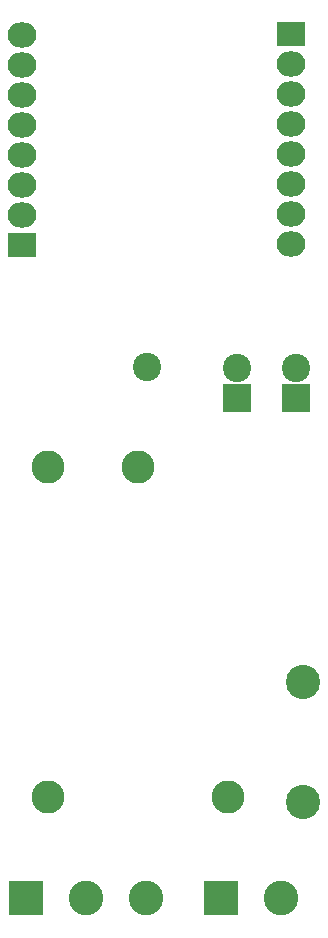
<source format=gbr>
G04 #@! TF.FileFunction,Soldermask,Bot*
%FSLAX46Y46*%
G04 Gerber Fmt 4.6, Leading zero omitted, Abs format (unit mm)*
G04 Created by KiCad (PCBNEW 4.0.2+dfsg1-stable) date mar 17 jul 2018 09:31:31 CEST*
%MOMM*%
G01*
G04 APERTURE LIST*
%ADD10C,0.100000*%
%ADD11R,2.400000X2.400000*%
%ADD12C,2.400000*%
%ADD13C,2.900000*%
%ADD14R,2.940000X2.940000*%
%ADD15C,2.940000*%
%ADD16C,2.398980*%
%ADD17R,2.432000X2.127200*%
%ADD18O,2.432000X2.127200*%
%ADD19C,2.800000*%
G04 APERTURE END LIST*
D10*
D11*
X127110000Y-85920000D03*
D12*
X127110000Y-83380000D03*
D11*
X132110000Y-85920000D03*
D12*
X132110000Y-83380000D03*
D13*
X132710000Y-120120000D03*
X132710000Y-109960000D03*
D14*
X125730000Y-128270000D03*
D15*
X130810000Y-128270000D03*
D14*
X109220000Y-128270000D03*
D15*
X114300000Y-128270000D03*
X119380000Y-128270000D03*
D16*
X119510000Y-83320000D03*
D17*
X131710000Y-55120000D03*
D18*
X131710000Y-57660000D03*
X131710000Y-60200000D03*
X131710000Y-62740000D03*
X131710000Y-65280000D03*
X131710000Y-67820000D03*
X131710000Y-70360000D03*
X131710000Y-72900000D03*
D17*
X108910000Y-72920000D03*
D18*
X108910000Y-70380000D03*
X108910000Y-67840000D03*
X108910000Y-65300000D03*
X108910000Y-62760000D03*
X108910000Y-60220000D03*
X108910000Y-57680000D03*
X108910000Y-55140000D03*
D19*
X111110000Y-119720000D03*
X126310000Y-119720000D03*
X111110000Y-91720000D03*
X118710000Y-91720000D03*
M02*

</source>
